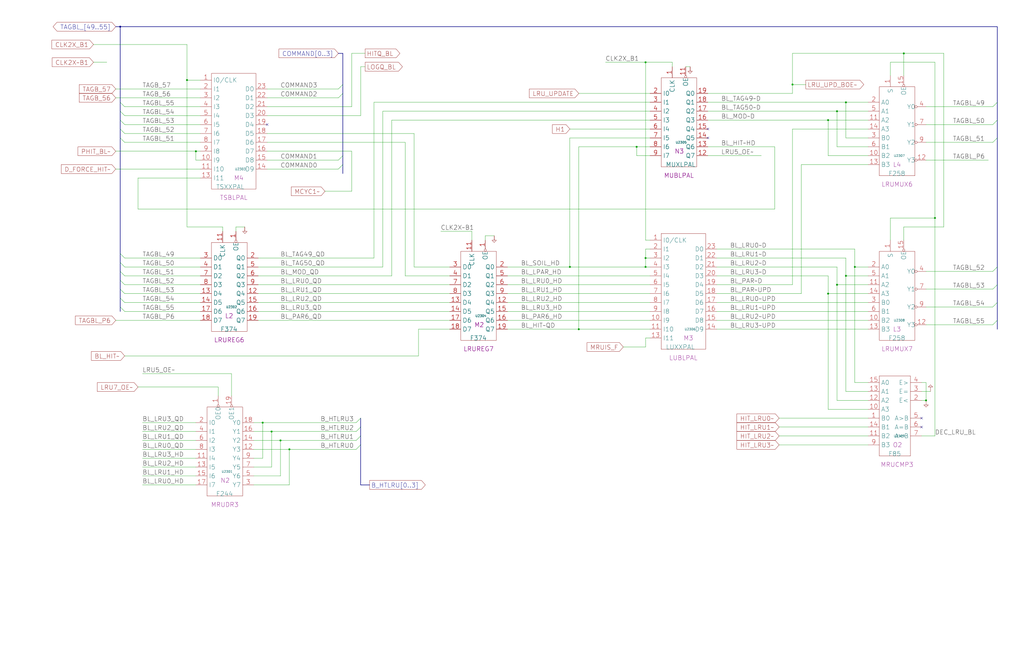
<source format=kicad_sch>
(kicad_sch (version 20250114) (generator "eeschema") (generator_version "9.0")
  (paper "User" 584.2 378.46)
  (title_block (title "LRU LOGIC\\nPLANE B_LATE") (date "08-MAR-90") (rev "0.0") (comment 1 "MEM32 BOARD") (comment 2 "232-003066") (comment 3 "S400") (comment 4 "RELEASED"))
  (lib_symbols
    (symbol "r1000:F244" (pin_names (offset 1.016))
      (property "Reference" "U" (at 2.54 5.08 0))
      (property "Value" "F244" (at -3.81 -7.62 0))
      (property "Location" "___" (at -1.27 0 0))
      (property "Name" "______" (at 1.27 -15.24 0))
      (symbol "F244_1_1"
        (rectangle (start -8.89 41.91) (end 11.43 -8.89))
        (circle (center -2.54 42.545) (radius 0.635))
        (circle (center 5.08 42.545) (radius 0.635))
        (pin input line (at -15.24 33.02 0) (length 6.35) (name "I0") (number "2"))
        (pin input line (at -15.24 27.94 0) (length 6.35) (name "I1") (number "4"))
        (pin input line (at -15.24 22.86 0) (length 6.35) (name "I2") (number "6"))
        (pin input line (at -15.24 17.78 0) (length 6.35) (name "I3") (number "8"))
        (pin input line (at -15.24 12.7 0) (length 6.35) (name "I4") (number "11"))
        (pin input line (at -15.24 7.62 0) (length 6.35) (name "I5") (number "13"))
        (pin input line (at -15.24 2.54 0) (length 6.35) (name "I6") (number "15"))
        (pin input line (at -15.24 -2.54 0) (length 6.35) (name "I7") (number "17"))
        (pin input line (at -2.54 48.26 270) (length 5.08) (name "OE0") (number "1"))
        (pin input line (at 5.08 48.26 270) (length 5.08) (name "OE1") (number "19"))
        (pin tri_state line (at 17.78 33.02 180) (length 6.35) (name "Y0") (number "18"))
        (pin tri_state line (at 17.78 27.94 180) (length 6.35) (name "Y1") (number "16"))
        (pin tri_state line (at 17.78 22.86 180) (length 6.35) (name "Y2") (number "14"))
        (pin tri_state line (at 17.78 17.78 180) (length 6.35) (name "Y3") (number "12"))
        (pin tri_state line (at 17.78 12.7 180) (length 6.35) (name "Y4") (number "9"))
        (pin tri_state line (at 17.78 7.62 180) (length 6.35) (name "Y5") (number "7"))
        (pin tri_state line (at 17.78 2.54 180) (length 6.35) (name "Y6") (number "5"))
        (pin tri_state line (at 17.78 -2.54 180) (length 6.35) (name "Y7") (number "3"))
      )
    )
    (symbol "r1000:F258" (pin_names (offset 1.016))
      (property "Reference" "U" (at 2.54 5.08 0))
      (property "Value" "F258" (at -3.81 -5.08 0))
      (property "Location" "___" (at -1.27 0 0))
      (property "Name" "______" (at 1.27 -12.7 0))
      (symbol "F258_1_1"
        (rectangle (start -8.89 44.45) (end 11.43 -6.35))
        (circle (center 5.08 45.085) (radius 0.635))
        (circle (center 12.065 33.02) (radius 0.635))
        (circle (center 12.065 22.86) (radius 0.635))
        (circle (center 12.065 12.7) (radius 0.635))
        (circle (center 12.065 2.54) (radius 0.635))
        (pin input line (at -15.24 35.56 0) (length 6.35) (name "A0") (number "2"))
        (pin input line (at -15.24 30.48 0) (length 6.35) (name "A1") (number "5"))
        (pin input line (at -15.24 25.4 0) (length 6.35) (name "A2") (number "11"))
        (pin input line (at -15.24 20.32 0) (length 6.35) (name "A3") (number "14"))
        (pin input line (at -15.24 15.24 0) (length 6.35) (name "B0") (number "3"))
        (pin input line (at -15.24 10.16 0) (length 6.35) (name "B1") (number "6"))
        (pin input line (at -15.24 5.08 0) (length 6.35) (name "B2") (number "10"))
        (pin input line (at -15.24 0 0) (length 6.35) (name "B3") (number "13"))
        (pin input line (at -2.54 50.8 270) (length 6.35) (name "S") (number "1"))
        (pin input line (at 5.08 50.8 270) (length 5.08) (name "OE") (number "15"))
        (pin tri_state line (at 17.78 33.02 180) (length 5.08) (name "Y0") (number "4"))
        (pin tri_state line (at 17.78 22.86 180) (length 5.08) (name "Y1") (number "7"))
        (pin tri_state line (at 17.78 12.7 180) (length 5.08) (name "Y2") (number "9"))
        (pin tri_state line (at 17.78 2.54 180) (length 5.08) (name "Y3") (number "12"))
      )
    )
    (symbol "r1000:F374" (pin_names (offset 1.016))
      (property "Reference" "U" (at 2.54 5.08 0))
      (property "Value" "F374" (at -3.81 -7.62 0))
      (property "Location" "___" (at -1.27 0 0))
      (property "Name" "______" (at 1.27 -15.24 0))
      (symbol "F374_1_1"
        (rectangle (start -8.89 41.91) (end 11.43 -8.89))
        (circle (center 5.08 42.545) (radius 0.635))
        (pin input line (at -15.24 33.02 0) (length 6.35) (name "D0") (number "3"))
        (pin input line (at -15.24 27.94 0) (length 6.35) (name "D1") (number "4"))
        (pin input line (at -15.24 22.86 0) (length 6.35) (name "D2") (number "7"))
        (pin input line (at -15.24 17.78 0) (length 6.35) (name "D3") (number "8"))
        (pin input line (at -15.24 12.7 0) (length 6.35) (name "D4") (number "13"))
        (pin input line (at -15.24 7.62 0) (length 6.35) (name "D5") (number "14"))
        (pin input line (at -15.24 2.54 0) (length 6.35) (name "D6") (number "17"))
        (pin input line (at -15.24 -2.54 0) (length 6.35) (name "D7") (number "18"))
        (pin input line (at -2.54 48.26 270) (length 6.35) (name "CLK") (number "11"))
        (pin input line (at 5.08 48.26 270) (length 5.08) (name "OE") (number "1"))
        (pin tri_state line (at 17.78 33.02 180) (length 6.35) (name "Q0") (number "2"))
        (pin tri_state line (at 17.78 27.94 180) (length 6.35) (name "Q1") (number "5"))
        (pin tri_state line (at 17.78 22.86 180) (length 6.35) (name "Q2") (number "6"))
        (pin tri_state line (at 17.78 17.78 180) (length 6.35) (name "Q3") (number "9"))
        (pin tri_state line (at 17.78 12.7 180) (length 6.35) (name "Q4") (number "12"))
        (pin tri_state line (at 17.78 7.62 180) (length 6.35) (name "Q5") (number "15"))
        (pin tri_state line (at 17.78 2.54 180) (length 6.35) (name "Q6") (number "16"))
        (pin tri_state line (at 17.78 -2.54 180) (length 6.35) (name "Q7") (number "19"))
      )
    )
    (symbol "r1000:F85" (pin_names (offset 1.016))
      (property "Reference" "U" (at 2.54 5.08 0))
      (property "Value" "F85" (at -3.81 -5.08 0))
      (property "Location" "___" (at -1.27 0 0))
      (property "Name" "______" (at 1.27 -12.7 0))
      (symbol "F85_1_1"
        (rectangle (start -8.89 39.37) (end 8.89 -6.35))
        (pin input line (at -15.24 35.56 0) (length 6.35) (name "A0") (number "15"))
        (pin input line (at -15.24 30.48 0) (length 6.35) (name "A1") (number "13"))
        (pin input line (at -15.24 25.4 0) (length 6.35) (name "A2") (number "12"))
        (pin input line (at -15.24 20.32 0) (length 6.35) (name "A3") (number "10"))
        (pin input line (at -15.24 15.24 0) (length 6.35) (name "B0") (number "1"))
        (pin input line (at -15.24 10.16 0) (length 6.35) (name "B1") (number "14"))
        (pin input line (at -15.24 5.08 0) (length 6.35) (name "B2") (number "11"))
        (pin input line (at -15.24 0 0) (length 6.35) (name "B3") (number "9"))
        (pin input line (at 15.24 35.56 180) (length 6.35) (name "E>") (number "4"))
        (pin input line (at 15.24 30.48 180) (length 6.35) (name "E=") (number "3"))
        (pin input line (at 15.24 25.4 180) (length 6.35) (name "E<") (number "2"))
        (pin output line (at 15.24 15.24 180) (length 6.35) (name "A>B") (number "5"))
        (pin output line (at 15.24 10.16 180) (length 6.35) (name "A=B") (number "6"))
        (pin output line (at 15.24 5.08 180) (length 6.35) (name "A<B") (number "7"))
      )
    )
    (symbol "r1000:LUXXPAL" (pin_names (offset 1.016))
      (property "Reference" "U" (at 2.54 5.08 0))
      (property "Value" "LUXXPAL" (at -11.43 -5.08 0))
      (property "Location" "___" (at -1.27 0 0))
      (property "Name" "______" (at -1.27 -12.7 0))
      (symbol "LUXXPAL_1_1"
        (rectangle (start -13.97 59.69) (end 11.43 -6.35))
        (pin input line (at -20.32 55.88 0) (length 6.35) (name "I0/CLK") (number "1"))
        (pin input line (at -20.32 50.8 0) (length 6.35) (name "I1") (number "2"))
        (pin input line (at -20.32 45.72 0) (length 6.35) (name "I2") (number "3"))
        (pin input line (at -20.32 40.64 0) (length 6.35) (name "I3") (number "4"))
        (pin input line (at -20.32 35.56 0) (length 6.35) (name "I4") (number "5"))
        (pin input line (at -20.32 30.48 0) (length 6.35) (name "I5") (number "6"))
        (pin input line (at -20.32 25.4 0) (length 6.35) (name "I6") (number "7"))
        (pin input line (at -20.32 20.32 0) (length 6.35) (name "I7") (number "8"))
        (pin input line (at -20.32 15.24 0) (length 6.35) (name "I8") (number "9"))
        (pin input line (at -20.32 10.16 0) (length 6.35) (name "I9") (number "10"))
        (pin input line (at -20.32 5.08 0) (length 6.35) (name "I10") (number "11"))
        (pin input line (at -20.32 0 0) (length 6.35) (name "I11") (number "13"))
        (pin output line (at 17.78 50.8 180) (length 6.35) (name "D0") (number "23"))
        (pin output line (at 17.78 45.72 180) (length 6.35) (name "D1") (number "22"))
        (pin output line (at 17.78 40.64 180) (length 6.35) (name "D2") (number "21"))
        (pin output line (at 17.78 35.56 180) (length 6.35) (name "D3") (number "20"))
        (pin output line (at 17.78 30.48 180) (length 6.35) (name "D4") (number "19"))
        (pin output line (at 17.78 25.4 180) (length 6.35) (name "D5") (number "18"))
        (pin output line (at 17.78 20.32 180) (length 6.35) (name "D6") (number "17"))
        (pin output line (at 17.78 15.24 180) (length 6.35) (name "D7") (number "16"))
        (pin output line (at 17.78 10.16 180) (length 6.35) (name "D8") (number "15"))
        (pin output line (at 17.78 5.08 180) (length 6.35) (name "D9") (number "14"))
      )
    )
    (symbol "r1000:MUXLPAL" (pin_names (offset 1.016))
      (property "Reference" "U" (at 2.54 5.08 0))
      (property "Value" "MUXLPAL" (at -6.35 -7.62 0))
      (property "Location" "___" (at -1.27 0 0))
      (property "Name" "______" (at 1.27 -15.24 0))
      (symbol "MUXLPAL_1_1"
        (rectangle (start -8.89 41.91) (end 11.43 -8.89))
        (circle (center 5.08 42.545) (radius 0.635))
        (pin input line (at -15.24 33.02 0) (length 6.35) (name "I0") (number "2"))
        (pin input line (at -15.24 27.94 0) (length 6.35) (name "I1") (number "3"))
        (pin input line (at -15.24 22.86 0) (length 6.35) (name "I2") (number "4"))
        (pin input line (at -15.24 17.78 0) (length 6.35) (name "I3") (number "5"))
        (pin input line (at -15.24 12.7 0) (length 6.35) (name "I4") (number "6"))
        (pin input line (at -15.24 7.62 0) (length 6.35) (name "I5") (number "7"))
        (pin input line (at -15.24 2.54 0) (length 6.35) (name "I6") (number "8"))
        (pin input line (at -15.24 -2.54 0) (length 6.35) (name "I7") (number "9"))
        (pin input line (at -2.54 48.26 270) (length 6.35) (name "CLK") (number "1"))
        (pin input line (at 5.08 48.26 270) (length 5.08) (name "OE") (number "11"))
        (pin output line (at 17.78 33.02 180) (length 6.35) (name "Q0") (number "19"))
        (pin output line (at 17.78 27.94 180) (length 6.35) (name "Q1") (number "18"))
        (pin output line (at 17.78 22.86 180) (length 6.35) (name "Q2") (number "17"))
        (pin output line (at 17.78 17.78 180) (length 6.35) (name "Q3") (number "16"))
        (pin output line (at 17.78 12.7 180) (length 6.35) (name "Q4") (number "15"))
        (pin output line (at 17.78 7.62 180) (length 6.35) (name "Q5") (number "14"))
        (pin output line (at 17.78 2.54 180) (length 6.35) (name "Q6") (number "13"))
        (pin output line (at 17.78 -2.54 180) (length 6.35) (name "Q7") (number "12"))
      )
    )
    (symbol "r1000:PD" (power) (pin_numbers (hide yes)) (pin_names (hide yes)) (in_bom no)
      (symbol "PD_0_1"
        (polyline (pts (xy 0 -2.54) (xy 1.27 -2.54) (xy 0 -3.81) (xy -1.27 -2.54) (xy 0 -2.54)) (stroke (width 0.1524)))
      )
      (symbol "PD_1_1"
        (pin power_in line (at 0 0 270) (length 2.54) (name "PD") (number "1"))
      )
    )
    (symbol "r1000:PU" (power) (pin_numbers (hide yes)) (pin_names (hide yes))
      (symbol "PU_0_1"
        (polyline (pts (xy 0 2.54) (xy -1.27 2.54) (xy 0 3.81) (xy 1.27 2.54) (xy 0 2.54)) (stroke (width 0.1524)))
      )
      (symbol "PU_1_1"
        (pin power_in line (at 0 0 90) (length 2.54) (name "PU") (number "1"))
      )
    )
    (symbol "r1000:TSXXPAL" (pin_names (offset 1.016))
      (property "Reference" "U" (at 2.54 5.08 0))
      (property "Value" "TSXXPAL" (at -11.43 -5.08 0))
      (property "Location" "___" (at -1.27 0 0))
      (property "Name" "______" (at -1.27 -12.7 0))
      (symbol "TSXXPAL_1_1"
        (rectangle (start -13.97 59.69) (end 11.43 -6.35))
        (pin input line (at -20.32 55.88 0) (length 6.35) (name "I0/CLK") (number "1"))
        (pin input line (at -20.32 50.8 0) (length 6.35) (name "I1") (number "2"))
        (pin input line (at -20.32 45.72 0) (length 6.35) (name "I2") (number "3"))
        (pin input line (at -20.32 40.64 0) (length 6.35) (name "I3") (number "4"))
        (pin input line (at -20.32 35.56 0) (length 6.35) (name "I4") (number "5"))
        (pin input line (at -20.32 30.48 0) (length 6.35) (name "I5") (number "6"))
        (pin input line (at -20.32 25.4 0) (length 6.35) (name "I6") (number "7"))
        (pin input line (at -20.32 20.32 0) (length 6.35) (name "I7") (number "8"))
        (pin input line (at -20.32 15.24 0) (length 6.35) (name "I8") (number "9"))
        (pin input line (at -20.32 10.16 0) (length 6.35) (name "I9") (number "10"))
        (pin input line (at -20.32 5.08 0) (length 6.35) (name "I10") (number "11"))
        (pin input line (at -20.32 0 0) (length 6.35) (name "I11") (number "13"))
        (pin input line (at 17.78 50.8 180) (length 6.35) (name "D0") (number "23"))
        (pin input line (at 17.78 45.72 180) (length 6.35) (name "D1") (number "22"))
        (pin output line (at 17.78 40.64 180) (length 6.35) (name "D2") (number "21"))
        (pin output line (at 17.78 35.56 180) (length 6.35) (name "D3") (number "20"))
        (pin output line (at 17.78 30.48 180) (length 6.35) (name "D4") (number "19"))
        (pin output line (at 17.78 25.4 180) (length 6.35) (name "D5") (number "18"))
        (pin output line (at 17.78 20.32 180) (length 6.35) (name "D6") (number "17"))
        (pin input line (at 17.78 15.24 180) (length 6.35) (name "D7") (number "16"))
        (pin input line (at 17.78 10.16 180) (length 6.35) (name "D8") (number "15"))
        (pin input line (at 17.78 5.08 180) (length 6.35) (name "D9") (number "14"))
      )
    )
  )
  (junction (at 68.58 15.24))
  (junction (at 330.2 187.96))
  (junction (at 477.52 162.56))
  (junction (at 482.6 58.42))
  (junction (at 472.44 167.64))
  (junction (at 368.3 35.56))
  (junction (at 368.3 152.4))
  (junction (at 487.68 152.4))
  (junction (at 106.68 45.72))
  (junction (at 363.22 83.82))
  (junction (at 111.76 86.36))
  (junction (at 154.94 246.38))
  (junction (at 160.02 251.46))
  (junction (at 472.44 68.58))
  (junction (at 149.86 241.3))
  (junction (at 533.4 124.46))
  (junction (at 368.3 147.32))
  (junction (at 325.12 152.4))
  (junction (at 528.32 228.6))
  (junction (at 482.6 157.48))
  (junction (at 165.1 256.54))
  (junction (at 515.62 30.48))
  (junction (at 477.52 63.5))
  (junction (at 452.12 48.26))
  (no_connect (at 403.86 78.74))
  (no_connect (at 525.78 243.84))
  (no_connect (at 525.78 238.76))
  (no_connect (at 403.86 73.66))
  (no_connect (at 152.4 71.12))
  (bus_entry (at 68.58 78.74) (size 2.54 2.54))
  (bus_entry (at 195.58 48.26) (size -2.54 2.54))
  (bus_entry (at 568.96 58.42) (size -2.54 2.54))
  (bus_entry (at 205.74 254) (size -2.54 2.54))
  (bus_entry (at 568.96 78.74) (size -2.54 2.54))
  (bus_entry (at 205.74 243.84) (size -2.54 2.54))
  (bus_entry (at 68.58 149.86) (size 2.54 2.54))
  (bus_entry (at 68.58 165.1) (size 2.54 2.54))
  (bus_entry (at 68.58 68.58) (size 2.54 2.54))
  (bus_entry (at 568.96 152.4) (size -2.54 2.54))
  (bus_entry (at 68.58 144.78) (size 2.54 2.54))
  (bus_entry (at 568.96 162.56) (size -2.54 2.54))
  (bus_entry (at 568.96 68.58) (size -2.54 2.54))
  (bus_entry (at 68.58 63.5) (size 2.54 2.54))
  (bus_entry (at 195.58 88.9) (size -2.54 2.54))
  (bus_entry (at 68.58 154.94) (size 2.54 2.54))
  (bus_entry (at 568.96 172.72) (size -2.54 2.54))
  (bus_entry (at 68.58 175.26) (size 2.54 2.54))
  (bus_entry (at 195.58 93.98) (size -2.54 2.54))
  (bus_entry (at 68.58 170.18) (size 2.54 2.54))
  (bus_entry (at 195.58 53.34) (size -2.54 2.54))
  (bus_entry (at 205.74 238.76) (size -2.54 2.54))
  (bus_entry (at 68.58 73.66) (size 2.54 2.54))
  (bus_entry (at 68.58 160.02) (size 2.54 2.54))
  (bus_entry (at 205.74 248.92) (size -2.54 2.54))
  (bus_entry (at 68.58 58.42) (size 2.54 2.54))
  (bus_entry (at 568.96 182.88) (size -2.54 2.54))
  (wire (pts (xy 528.32 185.42) (xy 566.42 185.42)))
  (bus (pts (xy 205.74 276.86) (xy 210.82 276.86)))
  (wire (pts (xy 152.4 91.44) (xy 193.04 91.44)))
  (bus (pts (xy 68.58 58.42) (xy 68.58 63.5)))
  (wire (pts (xy 144.78 256.54) (xy 165.1 256.54)))
  (wire (pts (xy 368.3 142.24) (xy 368.3 147.32)))
  (bus (pts (xy 568.96 172.72) (xy 568.96 182.88)))
  (wire (pts (xy 71.12 162.56) (xy 114.3 162.56)))
  (wire (pts (xy 218.44 63.5) (xy 370.84 63.5)))
  (wire (pts (xy 444.5 238.76) (xy 495.3 238.76)))
  (bus (pts (xy 68.58 154.94) (xy 68.58 160.02)))
  (wire (pts (xy 127 129.54) (xy 106.68 129.54)))
  (wire (pts (xy 147.32 182.88) (xy 256.54 182.88)))
  (wire (pts (xy 538.48 129.54) (xy 538.48 30.48)))
  (wire (pts (xy 444.5 248.92) (xy 495.3 248.92)))
  (wire (pts (xy 325.12 152.4) (xy 368.3 152.4)))
  (wire (pts (xy 152.4 66.04) (xy 205.74 66.04)))
  (wire (pts (xy 71.12 157.48) (xy 114.3 157.48)))
  (bus (pts (xy 205.74 248.92) (xy 205.74 254)))
  (wire (pts (xy 487.68 218.44) (xy 495.3 218.44)))
  (wire (pts (xy 403.86 58.42) (xy 482.6 58.42)))
  (wire (pts (xy 515.62 137.16) (xy 515.62 129.54)))
  (bus (pts (xy 568.96 78.74) (xy 568.96 152.4)))
  (wire (pts (xy 81.28 271.78) (xy 111.76 271.78)))
  (wire (pts (xy 81.28 266.7) (xy 111.76 266.7)))
  (wire (pts (xy 78.74 220.98) (xy 124.46 220.98)))
  (wire (pts (xy 457.2 93.98) (xy 495.3 93.98)))
  (wire (pts (xy 139.7 129.54) (xy 134.62 129.54)))
  (bus (pts (xy 68.58 63.5) (xy 68.58 68.58)))
  (wire (pts (xy 289.56 182.88) (xy 370.84 182.88)))
  (wire (pts (xy 508 124.46) (xy 508 137.16)))
  (wire (pts (xy 403.86 83.82) (xy 441.96 83.82)))
  (wire (pts (xy 487.68 152.4) (xy 495.3 152.4)))
  (wire (pts (xy 368.3 147.32) (xy 370.84 147.32)))
  (wire (pts (xy 368.3 198.12) (xy 368.3 193.04)))
  (wire (pts (xy 134.62 129.54) (xy 134.62 132.08)))
  (wire (pts (xy 269.24 132.08) (xy 269.24 137.16)))
  (wire (pts (xy 325.12 73.66) (xy 370.84 73.66)))
  (bus (pts (xy 568.96 15.24) (xy 568.96 58.42)))
  (wire (pts (xy 276.86 134.62) (xy 276.86 137.16)))
  (wire (pts (xy 289.56 172.72) (xy 370.84 172.72)))
  (wire (pts (xy 144.78 246.38) (xy 154.94 246.38)))
  (wire (pts (xy 533.4 124.46) (xy 508 124.46)))
  (wire (pts (xy 528.32 165.1) (xy 566.42 165.1)))
  (bus (pts (xy 68.58 175.26) (xy 68.58 177.8)))
  (wire (pts (xy 477.52 162.56) (xy 495.3 162.56)))
  (wire (pts (xy 482.6 58.42) (xy 495.3 58.42)))
  (wire (pts (xy 160.02 251.46) (xy 203.2 251.46)))
  (wire (pts (xy 144.78 266.7) (xy 154.94 266.7)))
  (wire (pts (xy 408.94 167.64) (xy 457.2 167.64)))
  (wire (pts (xy 231.14 81.28) (xy 152.4 81.28)))
  (wire (pts (xy 444.5 243.84) (xy 495.3 243.84)))
  (wire (pts (xy 528.32 81.28) (xy 566.42 81.28)))
  (wire (pts (xy 487.68 142.24) (xy 487.68 152.4)))
  (bus (pts (xy 68.58 78.74) (xy 68.58 144.78)))
  (bus (pts (xy 205.74 254) (xy 205.74 276.86)))
  (wire (pts (xy 528.32 218.44) (xy 528.32 228.6)))
  (bus (pts (xy 68.58 149.86) (xy 68.58 154.94)))
  (wire (pts (xy 71.12 177.8) (xy 114.3 177.8)))
  (wire (pts (xy 525.78 228.6) (xy 528.32 228.6)))
  (wire (pts (xy 472.44 157.48) (xy 408.94 157.48)))
  (bus (pts (xy 195.58 30.48) (xy 195.58 48.26)))
  (wire (pts (xy 81.28 251.46) (xy 111.76 251.46)))
  (wire (pts (xy 185.42 109.22) (xy 200.66 109.22)))
  (wire (pts (xy 408.94 152.4) (xy 477.52 152.4)))
  (wire (pts (xy 238.76 203.2) (xy 238.76 187.96)))
  (wire (pts (xy 325.12 78.74) (xy 370.84 78.74)))
  (wire (pts (xy 370.84 142.24) (xy 368.3 142.24)))
  (bus (pts (xy 195.58 93.98) (xy 195.58 99.06)))
  (wire (pts (xy 477.52 63.5) (xy 495.3 63.5)))
  (wire (pts (xy 281.94 134.62) (xy 276.86 134.62)))
  (wire (pts (xy 525.78 218.44) (xy 528.32 218.44)))
  (wire (pts (xy 482.6 223.52) (xy 482.6 157.48)))
  (wire (pts (xy 368.3 35.56) (xy 383.54 35.56)))
  (wire (pts (xy 71.12 203.2) (xy 238.76 203.2)))
  (wire (pts (xy 289.56 177.8) (xy 370.84 177.8)))
  (wire (pts (xy 251.46 132.08) (xy 269.24 132.08)))
  (wire (pts (xy 452.12 48.26) (xy 452.12 53.34)))
  (wire (pts (xy 160.02 271.78) (xy 160.02 251.46)))
  (wire (pts (xy 71.12 66.04) (xy 114.3 66.04)))
  (bus (pts (xy 195.58 48.26) (xy 195.58 53.34)))
  (bus (pts (xy 68.58 170.18) (xy 68.58 175.26)))
  (wire (pts (xy 403.86 53.34) (xy 452.12 53.34)))
  (bus (pts (xy 568.96 152.4) (xy 568.96 162.56)))
  (wire (pts (xy 71.12 167.64) (xy 114.3 167.64)))
  (wire (pts (xy 345.44 35.56) (xy 368.3 35.56)))
  (wire (pts (xy 368.3 137.16) (xy 370.84 137.16)))
  (wire (pts (xy 78.74 101.6) (xy 114.3 101.6)))
  (wire (pts (xy 408.94 162.56) (xy 452.12 162.56)))
  (wire (pts (xy 106.68 25.4) (xy 106.68 45.72)))
  (wire (pts (xy 66.04 86.36) (xy 111.76 86.36)))
  (wire (pts (xy 106.68 45.72) (xy 114.3 45.72)))
  (wire (pts (xy 213.36 58.42) (xy 213.36 147.32)))
  (wire (pts (xy 205.74 66.04) (xy 205.74 38.1)))
  (wire (pts (xy 238.76 187.96) (xy 256.54 187.96)))
  (wire (pts (xy 71.12 172.72) (xy 114.3 172.72)))
  (wire (pts (xy 66.04 50.8) (xy 114.3 50.8)))
  (bus (pts (xy 68.58 160.02) (xy 68.58 165.1)))
  (wire (pts (xy 477.52 83.82) (xy 495.3 83.82)))
  (wire (pts (xy 472.44 68.58) (xy 495.3 68.58)))
  (wire (pts (xy 403.86 63.5) (xy 477.52 63.5)))
  (wire (pts (xy 330.2 187.96) (xy 370.84 187.96)))
  (wire (pts (xy 408.94 187.96) (xy 495.3 187.96)))
  (wire (pts (xy 525.78 248.92) (xy 533.4 248.92)))
  (wire (pts (xy 289.56 152.4) (xy 325.12 152.4)))
  (wire (pts (xy 147.32 167.64) (xy 256.54 167.64)))
  (wire (pts (xy 482.6 78.74) (xy 482.6 58.42)))
  (wire (pts (xy 81.28 256.54) (xy 111.76 256.54)))
  (wire (pts (xy 81.28 213.36) (xy 132.08 213.36)))
  (wire (pts (xy 81.28 246.38) (xy 111.76 246.38)))
  (wire (pts (xy 330.2 187.96) (xy 330.2 83.82)))
  (wire (pts (xy 452.12 73.66) (xy 495.3 73.66)))
  (wire (pts (xy 368.3 152.4) (xy 370.84 152.4)))
  (wire (pts (xy 515.62 30.48) (xy 452.12 30.48)))
  (wire (pts (xy 66.04 96.52) (xy 114.3 96.52)))
  (wire (pts (xy 205.74 38.1) (xy 208.28 38.1)))
  (wire (pts (xy 383.54 35.56) (xy 383.54 38.1)))
  (wire (pts (xy 408.94 142.24) (xy 487.68 142.24)))
  (bus (pts (xy 193.04 30.48) (xy 195.58 30.48)))
  (bus (pts (xy 568.96 58.42) (xy 568.96 68.58)))
  (wire (pts (xy 71.12 76.2) (xy 114.3 76.2)))
  (wire (pts (xy 71.12 81.28) (xy 114.3 81.28)))
  (wire (pts (xy 114.3 91.44) (xy 111.76 91.44)))
  (wire (pts (xy 144.78 271.78) (xy 160.02 271.78)))
  (wire (pts (xy 149.86 241.3) (xy 203.2 241.3)))
  (wire (pts (xy 200.66 86.36) (xy 152.4 86.36)))
  (wire (pts (xy 149.86 261.62) (xy 149.86 241.3)))
  (wire (pts (xy 154.94 246.38) (xy 203.2 246.38)))
  (wire (pts (xy 111.76 86.36) (xy 114.3 86.36)))
  (wire (pts (xy 528.32 154.94) (xy 566.42 154.94)))
  (bus (pts (xy 68.58 68.58) (xy 68.58 73.66)))
  (wire (pts (xy 66.04 182.88) (xy 114.3 182.88)))
  (wire (pts (xy 368.3 35.56) (xy 368.3 137.16)))
  (wire (pts (xy 289.56 187.96) (xy 330.2 187.96)))
  (wire (pts (xy 528.32 71.12) (xy 566.42 71.12)))
  (bus (pts (xy 195.58 88.9) (xy 195.58 93.98)))
  (wire (pts (xy 363.22 88.9) (xy 363.22 83.82)))
  (wire (pts (xy 223.52 157.48) (xy 147.32 157.48)))
  (wire (pts (xy 452.12 48.26) (xy 459.74 48.26)))
  (bus (pts (xy 68.58 15.24) (xy 568.96 15.24)))
  (wire (pts (xy 124.46 220.98) (xy 124.46 226.06)))
  (wire (pts (xy 144.78 251.46) (xy 160.02 251.46)))
  (wire (pts (xy 152.4 55.88) (xy 193.04 55.88)))
  (wire (pts (xy 132.08 213.36) (xy 132.08 226.06)))
  (wire (pts (xy 71.12 71.12) (xy 114.3 71.12)))
  (wire (pts (xy 368.3 193.04) (xy 370.84 193.04)))
  (bus (pts (xy 568.96 182.88) (xy 568.96 187.96)))
  (wire (pts (xy 236.22 152.4) (xy 236.22 76.2)))
  (wire (pts (xy 330.2 53.34) (xy 370.84 53.34)))
  (bus (pts (xy 205.74 238.76) (xy 205.74 243.84)))
  (wire (pts (xy 218.44 152.4) (xy 218.44 63.5)))
  (wire (pts (xy 330.2 83.82) (xy 363.22 83.82)))
  (wire (pts (xy 127 132.08) (xy 127 129.54)))
  (wire (pts (xy 223.52 68.58) (xy 223.52 157.48)))
  (wire (pts (xy 200.66 30.48) (xy 208.28 30.48)))
  (wire (pts (xy 477.52 152.4) (xy 477.52 162.56)))
  (wire (pts (xy 370.84 68.58) (xy 223.52 68.58)))
  (bus (pts (xy 568.96 68.58) (xy 568.96 78.74)))
  (wire (pts (xy 370.84 88.9) (xy 363.22 88.9)))
  (wire (pts (xy 452.12 162.56) (xy 452.12 73.66)))
  (wire (pts (xy 144.78 276.86) (xy 165.1 276.86)))
  (wire (pts (xy 81.28 276.86) (xy 111.76 276.86)))
  (bus (pts (xy 68.58 165.1) (xy 68.58 170.18)))
  (wire (pts (xy 289.56 162.56) (xy 370.84 162.56)))
  (bus (pts (xy 205.74 243.84) (xy 205.74 248.92)))
  (wire (pts (xy 363.22 83.82) (xy 370.84 83.82)))
  (wire (pts (xy 403.86 88.9) (xy 434.34 88.9)))
  (wire (pts (xy 477.52 63.5) (xy 477.52 83.82)))
  (wire (pts (xy 408.94 177.8) (xy 495.3 177.8)))
  (wire (pts (xy 482.6 147.32) (xy 408.94 147.32)))
  (wire (pts (xy 256.54 152.4) (xy 236.22 152.4)))
  (bus (pts (xy 68.58 144.78) (xy 68.58 149.86)))
  (wire (pts (xy 482.6 157.48) (xy 495.3 157.48)))
  (bus (pts (xy 568.96 162.56) (xy 568.96 172.72)))
  (wire (pts (xy 457.2 167.64) (xy 457.2 93.98)))
  (wire (pts (xy 144.78 261.62) (xy 149.86 261.62)))
  (wire (pts (xy 147.32 152.4) (xy 218.44 152.4)))
  (wire (pts (xy 528.32 91.44) (xy 563.88 91.44)))
  (wire (pts (xy 495.3 88.9) (xy 472.44 88.9)))
  (wire (pts (xy 231.14 157.48) (xy 231.14 81.28)))
  (wire (pts (xy 495.3 233.68) (xy 472.44 233.68)))
  (wire (pts (xy 152.4 60.96) (xy 200.66 60.96)))
  (wire (pts (xy 370.84 58.42) (xy 213.36 58.42)))
  (wire (pts (xy 528.32 60.96) (xy 566.42 60.96)))
  (wire (pts (xy 487.68 152.4) (xy 487.68 218.44)))
  (wire (pts (xy 452.12 30.48) (xy 452.12 48.26)))
  (wire (pts (xy 147.32 177.8) (xy 256.54 177.8)))
  (wire (pts (xy 71.12 60.96) (xy 114.3 60.96)))
  (wire (pts (xy 403.86 68.58) (xy 472.44 68.58)))
  (wire (pts (xy 477.52 162.56) (xy 477.52 228.6)))
  (wire (pts (xy 106.68 129.54) (xy 106.68 45.72)))
  (wire (pts (xy 472.44 167.64) (xy 495.3 167.64)))
  (wire (pts (xy 391.16 38.1) (xy 393.7 38.1)))
  (wire (pts (xy 66.04 55.88) (xy 114.3 55.88)))
  (wire (pts (xy 152.4 96.52) (xy 193.04 96.52)))
  (wire (pts (xy 152.4 50.8) (xy 193.04 50.8)))
  (wire (pts (xy 482.6 157.48) (xy 482.6 147.32)))
  (wire (pts (xy 508 35.56) (xy 533.4 35.56)))
  (wire (pts (xy 111.76 91.44) (xy 111.76 86.36)))
  (wire (pts (xy 81.28 261.62) (xy 111.76 261.62)))
  (wire (pts (xy 154.94 266.7) (xy 154.94 246.38)))
  (wire (pts (xy 408.94 182.88) (xy 495.3 182.88)))
  (wire (pts (xy 256.54 157.48) (xy 231.14 157.48)))
  (wire (pts (xy 200.66 109.22) (xy 200.66 86.36)))
  (wire (pts (xy 147.32 172.72) (xy 256.54 172.72)))
  (wire (pts (xy 325.12 152.4) (xy 325.12 78.74)))
  (wire (pts (xy 472.44 167.64) (xy 472.44 157.48)))
  (wire (pts (xy 165.1 256.54) (xy 203.2 256.54)))
  (wire (pts (xy 441.96 83.82) (xy 441.96 119.38)))
  (wire (pts (xy 408.94 172.72) (xy 495.3 172.72)))
  (wire (pts (xy 515.62 30.48) (xy 515.62 43.18)))
  (wire (pts (xy 528.32 175.26) (xy 566.42 175.26)))
  (wire (pts (xy 441.96 119.38) (xy 78.74 119.38)))
  (wire (pts (xy 477.52 228.6) (xy 495.3 228.6)))
  (bus (pts (xy 195.58 53.34) (xy 195.58 88.9)))
  (wire (pts (xy 53.34 35.56) (xy 60.96 35.56)))
  (wire (pts (xy 508 35.56) (xy 508 43.18)))
  (wire (pts (xy 515.62 129.54) (xy 538.48 129.54)))
  (wire (pts (xy 525.78 223.52) (xy 530.86 223.52)))
  (wire (pts (xy 236.22 76.2) (xy 152.4 76.2)))
  (wire (pts (xy 200.66 60.96) (xy 200.66 30.48)))
  (wire (pts (xy 495.3 78.74) (xy 482.6 78.74)))
  (wire (pts (xy 538.48 30.48) (xy 515.62 30.48)))
  (wire (pts (xy 289.56 157.48) (xy 370.84 157.48)))
  (wire (pts (xy 472.44 88.9) (xy 472.44 68.58)))
  (bus (pts (xy 68.58 15.24) (xy 68.58 58.42)))
  (bus (pts (xy 66.04 15.24) (xy 68.58 15.24)))
  (wire (pts (xy 444.5 254) (xy 495.3 254)))
  (wire (pts (xy 213.36 147.32) (xy 147.32 147.32)))
  (wire (pts (xy 144.78 241.3) (xy 149.86 241.3)))
  (bus (pts (xy 68.58 73.66) (xy 68.58 78.74)))
  (wire (pts (xy 147.32 162.56) (xy 256.54 162.56)))
  (wire (pts (xy 533.4 248.92) (xy 533.4 124.46)))
  (wire (pts (xy 355.6 198.12) (xy 368.3 198.12)))
  (wire (pts (xy 533.4 35.56) (xy 533.4 124.46)))
  (wire (pts (xy 81.28 241.3) (xy 111.76 241.3)))
  (wire (pts (xy 53.34 25.4) (xy 106.68 25.4)))
  (wire (pts (xy 368.3 147.32) (xy 368.3 152.4)))
  (wire (pts (xy 472.44 233.68) (xy 472.44 167.64)))
  (wire (pts (xy 71.12 152.4) (xy 114.3 152.4)))
  (wire (pts (xy 71.12 147.32) (xy 114.3 147.32)))
  (wire (pts (xy 495.3 223.52) (xy 482.6 223.52)))
  (wire (pts (xy 289.56 167.64) (xy 370.84 167.64)))
  (wire (pts (xy 78.74 119.38) (xy 78.74 101.6)))
  (wire (pts (xy 165.1 276.86) (xy 165.1 256.54)))
  (label "DEC_LRU_BL" (at 533.4 248.92 0) (effects (font (size 2.54 2.54))))
  (label "BL_LRU2_QD" (at 160.02 172.72 0) (effects (font (size 2.54 2.54))))
  (label "TAGBL_54" (at 81.28 172.72 0) (effects (font (size 2.54 2.54))))
  (label "TAGBL_51" (at 543.56 81.28 0) (effects (font (size 2.54 2.54))))
  (label "BL_LRU3_QD" (at 81.28 241.3 0) (effects (font (size 2.54 2.54))))
  (label "TAGBL_49" (at 543.56 60.96 0) (effects (font (size 2.54 2.54))))
  (label "BL_PAR6_HD" (at 297.18 182.88 0) (effects (font (size 2.54 2.54))))
  (label "BL_LPAR_HD" (at 297.18 157.48 0) (effects (font (size 2.54 2.54))))
  (label "B_HTLRU0" (at 182.88 256.54 0) (effects (font (size 2.54 2.54))))
  (label "BL_LRU0_QD" (at 160.02 162.56 0) (effects (font (size 2.54 2.54))))
  (label "BL_PAR6_QD" (at 160.02 182.88 0) (effects (font (size 2.54 2.54))))
  (label "BL_LRU3~D" (at 416.56 157.48 0) (effects (font (size 2.54 2.54))))
  (label "BL_HIT~QD" (at 297.18 187.96 0) (effects (font (size 2.54 2.54))))
  (label "B_HTLRU2" (at 182.88 246.38 0) (effects (font (size 2.54 2.54))))
  (label "TAGBL_55" (at 81.28 60.96 0) (effects (font (size 2.54 2.54))))
  (label "TAGBL_55" (at 81.28 177.8 0) (effects (font (size 2.54 2.54))))
  (label "TAGBL_P6" (at 543.56 91.44 0) (effects (font (size 2.54 2.54))))
  (label "BL_LRU2_QD" (at 81.28 246.38 0) (effects (font (size 2.54 2.54))))
  (label "BL_LRU2~D" (at 416.56 152.4 0) (effects (font (size 2.54 2.54))))
  (label "BL_LRU3_HD" (at 81.28 261.62 0) (effects (font (size 2.54 2.54))))
  (label "BL_HIT~HD" (at 411.48 83.82 0) (effects (font (size 2.54 2.54))))
  (label "BL_LRU2_HD" (at 81.28 266.7 0) (effects (font (size 2.54 2.54))))
  (label "BL_LRU0_QD" (at 81.28 256.54 0) (effects (font (size 2.54 2.54))))
  (label "BL_LRU2_HD" (at 297.18 172.72 0) (effects (font (size 2.54 2.54))))
  (label "BL_MOD~D" (at 411.48 68.58 0) (effects (font (size 2.54 2.54))))
  (label "BL_LRU1~D" (at 416.56 147.32 0) (effects (font (size 2.54 2.54))))
  (label "TAGBL_52" (at 81.28 162.56 0) (effects (font (size 2.54 2.54))))
  (label "TAGBL_53" (at 543.56 165.1 0) (effects (font (size 2.54 2.54))))
  (label "BL_LRU3_QD" (at 160.02 177.8 0) (effects (font (size 2.54 2.54))))
  (label "BL_LRU2~UPD" (at 416.56 182.88 0) (effects (font (size 2.54 2.54))))
  (label "TAGBL_49" (at 81.28 147.32 0) (effects (font (size 2.54 2.54))))
  (label "TAGB_57" (at 81.28 50.8 0) (effects (font (size 2.54 2.54))))
  (label "BL_LRU1~UPD" (at 416.56 177.8 0) (effects (font (size 2.54 2.54))))
  (label "TAGBL_54" (at 81.28 66.04 0) (effects (font (size 2.54 2.54))))
  (label "TAGB_56" (at 81.28 55.88 0) (effects (font (size 2.54 2.54))))
  (label "BL_TAG50~D" (at 411.48 63.5 0) (effects (font (size 2.54 2.54))))
  (label "BL_TAG49~D" (at 411.48 58.42 0) (effects (font (size 2.54 2.54))))
  (label "BL_MOD_QD" (at 160.02 157.48 0) (effects (font (size 2.54 2.54))))
  (label "TAGBL_P6" (at 81.28 182.88 0) (effects (font (size 2.54 2.54))))
  (label "BL_LRU3~UPD" (at 416.56 187.96 0) (effects (font (size 2.54 2.54))))
  (label "TAGBL_54" (at 543.56 175.26 0) (effects (font (size 2.54 2.54))))
  (label "COMMAND2" (at 160.02 55.88 0) (effects (font (size 2.54 2.54))))
  (label "TAGBL_55" (at 543.56 185.42 0) (effects (font (size 2.54 2.54))))
  (label "CLK2X~B1" (at 251.46 132.08 0) (effects (font (size 2.54 2.54))))
  (label "BL_LRU3_HD" (at 297.18 177.8 0) (effects (font (size 2.54 2.54))))
  (label "BL_LRU0_HD" (at 297.18 162.56 0) (effects (font (size 2.54 2.54))))
  (label "TAGBL_51" (at 81.28 81.28 0) (effects (font (size 2.54 2.54))))
  (label "B_HTLRU3" (at 182.88 241.3 0) (effects (font (size 2.54 2.54))))
  (label "TAGBL_52" (at 81.28 76.2 0) (effects (font (size 2.54 2.54))))
  (label "BL_PAR~D" (at 416.56 162.56 0) (effects (font (size 2.54 2.54))))
  (label "CLK2X_B1" (at 345.44 35.56 0) (effects (font (size 2.54 2.54))))
  (label "BL_PAR~UPD" (at 416.56 167.64 0) (effects (font (size 2.54 2.54))))
  (label "BL_TAG50_QD" (at 160.02 152.4 0) (effects (font (size 2.54 2.54))))
  (label "COMMAND1" (at 160.02 91.44 0) (effects (font (size 2.54 2.54))))
  (label "LRU5_OE~" (at 81.28 213.36 0) (effects (font (size 2.54 2.54))))
  (label "TAGBL_51" (at 81.28 157.48 0) (effects (font (size 2.54 2.54))))
  (label "BL_LRU1_QD" (at 160.02 167.64 0) (effects (font (size 2.54 2.54))))
  (label "BL_LRU1_QD" (at 81.28 251.46 0) (effects (font (size 2.54 2.54))))
  (label "TAGBL_52" (at 543.56 154.94 0) (effects (font (size 2.54 2.54))))
  (label "TAGBL_53" (at 81.28 71.12 0) (effects (font (size 2.54 2.54))))
  (label "BL_LRU1_HD" (at 297.18 167.64 0) (effects (font (size 2.54 2.54))))
  (label "BL_LRU0~UPD" (at 416.56 172.72 0) (effects (font (size 2.54 2.54))))
  (label "COMMAND0" (at 160.02 96.52 0) (effects (font (size 2.54 2.54))))
  (label "BL_TAG49_QD" (at 160.02 147.32 0) (effects (font (size 2.54 2.54))))
  (label "BL_LRU0_HD" (at 81.28 276.86 0) (effects (font (size 2.54 2.54))))
  (label "BL_SOIL_HD" (at 297.18 152.4 0) (effects (font (size 2.54 2.54))))
  (label "TAGBL_50" (at 543.56 71.12 0) (effects (font (size 2.54 2.54))))
  (label "TAGBL_53" (at 81.28 167.64 0) (effects (font (size 2.54 2.54))))
  (label "BL_LRU1_HD" (at 81.28 271.78 0) (effects (font (size 2.54 2.54))))
  (label "TAGBL_50" (at 81.28 152.4 0) (effects (font (size 2.54 2.54))))
  (label "LRU5_OE~" (at 411.48 88.9 0) (effects (font (size 2.54 2.54))))
  (label "BL_LRU0~D" (at 416.56 142.24 0) (effects (font (size 2.54 2.54))))
  (label "COMMAND3" (at 160.02 50.8 0) (effects (font (size 2.54 2.54))))
  (label "B_HTLRU1" (at 182.88 251.46 0) (effects (font (size 2.54 2.54))))
  (global_label "B_HTLRU[0..3]" (shape output) (at 210.82 276.86 0) (effects (font (size 2.54 2.54))) (property "Intersheetrefs" "${INTERSHEET_REFS}" (at 242.6184 276.7013 0) (effects (font (size 1.905 1.905)) (justify left))))
  (global_label "MRUIS_F" (shape input) (at 355.6 198.12 180) (effects (font (size 2.54 2.54))) (property "Intersheetrefs" "${INTERSHEET_REFS}" (at 334.9292 197.9613 0) (effects (font (size 1.905 1.905)) (justify right))))
  (global_label "HIT_LRU3~" (shape input) (at 444.5 254 180) (effects (font (size 2.54 2.54))) (property "Intersheetrefs" "${INTERSHEET_REFS}" (at 420.4426 253.8413 0) (effects (font (size 1.905 1.905)) (justify right))))
  (global_label "TAGB_56" (shape input) (at 66.04 55.88 180) (effects (font (size 2.54 2.54))) (property "Intersheetrefs" "${INTERSHEET_REFS}" (at 45.2483 55.7213 0) (effects (font (size 1.905 1.905)) (justify right))))
  (global_label "TAGBL_P6" (shape input) (at 66.04 182.88 180) (effects (font (size 2.54 2.54))) (property "Intersheetrefs" "${INTERSHEET_REFS}" (at 43.0711 182.7213 0) (effects (font (size 1.905 1.905)) (justify right))))
  (global_label "HIT_LRU0~" (shape input) (at 444.5 238.76 180) (effects (font (size 2.54 2.54))) (property "Intersheetrefs" "${INTERSHEET_REFS}" (at 420.4426 238.6013 0) (effects (font (size 1.905 1.905)) (justify right))))
  (global_label "H1" (shape input) (at 325.12 73.66 180) (effects (font (size 2.54 2.54))) (property "Intersheetrefs" "${INTERSHEET_REFS}" (at 315.214 73.5013 0) (effects (font (size 1.905 1.905)) (justify right))))
  (global_label "LRU_UPD_BOE~" (shape output) (at 459.74 48.26 0) (effects (font (size 2.54 2.54))) (property "Intersheetrefs" "${INTERSHEET_REFS}" (at 492.7479 48.1013 0) (effects (font (size 1.905 1.905)) (justify left))))
  (global_label "TAGBL_[49..55]" (shape bidirectional) (at 66.04 15.24 180) (effects (font (size 2.54 2.54))) (property "Intersheetrefs" "${INTERSHEET_REFS}" (at 32.5483 15.0813 0) (effects (font (size 1.905 1.905)) (justify right))))
  (global_label "COMMAND[0..3]" (shape input) (at 193.04 30.48 180) (effects (font (size 2.54 2.54))) (property "Intersheetrefs" "${INTERSHEET_REFS}" (at 159.1854 30.3213 0) (effects (font (size 1.905 1.905)) (justify right))))
  (global_label "HIT_LRU2~" (shape input) (at 444.5 248.92 180) (effects (font (size 2.54 2.54))) (property "Intersheetrefs" "${INTERSHEET_REFS}" (at 420.4426 248.7613 0) (effects (font (size 1.905 1.905)) (justify right))))
  (global_label "CLK2X~B1" (shape input) (at 53.34 35.56 180) (effects (font (size 2.54 2.54))) (property "Intersheetrefs" "${INTERSHEET_REFS}" (at 29.7664 35.4013 0) (effects (font (size 1.905 1.905)) (justify right))))
  (global_label "PHIT_BL~" (shape input) (at 66.04 86.36 180) (effects (font (size 2.54 2.54))) (property "Intersheetrefs" "${INTERSHEET_REFS}" (at 44.5226 86.2013 0) (effects (font (size 1.905 1.905)) (justify right))))
  (global_label "LOGQ_BL" (shape output) (at 208.28 38.1 0) (effects (font (size 2.54 2.54))) (property "Intersheetrefs" "${INTERSHEET_REFS}" (at 229.5555 37.9413 0) (effects (font (size 1.905 1.905)) (justify left))))
  (global_label "HIT_LRU1~" (shape input) (at 444.5 243.84 180) (effects (font (size 2.54 2.54))) (property "Intersheetrefs" "${INTERSHEET_REFS}" (at 420.4426 243.6813 0) (effects (font (size 1.905 1.905)) (justify right))))
  (global_label "D_FORCE_HIT~" (shape input) (at 66.04 96.52 180) (effects (font (size 2.54 2.54))) (property "Intersheetrefs" "${INTERSHEET_REFS}" (at 34.9673 96.3613 0) (effects (font (size 1.905 1.905)) (justify right))))
  (global_label "LRU_UPDATE" (shape input) (at 330.2 53.34 180) (effects (font (size 2.54 2.54))) (property "Intersheetrefs" "${INTERSHEET_REFS}" (at 302.0302 53.1813 0) (effects (font (size 1.905 1.905)) (justify right))))
  (global_label "HITQ_BL" (shape output) (at 208.28 30.48 0) (effects (font (size 2.54 2.54))) (property "Intersheetrefs" "${INTERSHEET_REFS}" (at 228.1041 30.3213 0) (effects (font (size 1.905 1.905)) (justify left))))
  (global_label "CLK2X_B1" (shape input) (at 53.34 25.4 180) (effects (font (size 2.54 2.54))) (property "Intersheetrefs" "${INTERSHEET_REFS}" (at 29.6454 25.2413 0) (effects (font (size 1.905 1.905)) (justify right))))
  (global_label "LRU7_OE~" (shape input) (at 78.74 220.98 180) (effects (font (size 2.54 2.54))) (property "Intersheetrefs" "${INTERSHEET_REFS}" (at 55.5292 220.8213 0) (effects (font (size 1.905 1.905)) (justify right))))
  (global_label "MCYC1~" (shape input) (at 185.42 109.22 180) (effects (font (size 2.54 2.54))) (property "Intersheetrefs" "${INTERSHEET_REFS}" (at 166.2007 109.0613 0) (effects (font (size 1.905 1.905)) (justify right))))
  (global_label "BL_HIT~" (shape input) (at 71.12 203.2 180) (effects (font (size 2.54 2.54))) (property "Intersheetrefs" "${INTERSHEET_REFS}" (at 52.1426 203.0413 0) (effects (font (size 1.905 1.905)) (justify right))))
  (global_label "TAGB_57" (shape input) (at 66.04 50.8 180) (effects (font (size 2.54 2.54))) (property "Intersheetrefs" "${INTERSHEET_REFS}" (at 45.2483 50.6413 0) (effects (font (size 1.905 1.905)) (justify right))))
  (symbol (lib_id "r1000:F258") (at 510.54 93.98 0) (unit 1)
    (property "Reference" "U2307" (at 513.08 88.9 0))
    (property "Value" "F258" (at 506.73 99.06 0) (effects (font (size 2.54 2.54)) (justify left)))
    (property "Location" "L4" (at 509.27 93.98 0) (effects (font (size 2.54 2.54)) (justify left)))
    (property "Name" "LRUMUX6" (at 511.81 106.68 0) (effects (font (size 2.54 2.54)) (justify bottom)))
  )
  (symbol (lib_id "r1000:F258") (at 510.54 187.96 0) (unit 1)
    (property "Reference" "U2308" (at 513.08 182.88 0))
    (property "Value" "F258" (at 506.73 193.04 0) (effects (font (size 2.54 2.54)) (justify left)))
    (property "Location" "L3" (at 509.27 187.96 0) (effects (font (size 2.54 2.54)) (justify left)))
    (property "Name" "LRUMUX7" (at 511.81 200.66 0) (effects (font (size 2.54 2.54)) (justify bottom)))
  )
  (symbol (lib_id "r1000:PU") (at 530.86 223.52 0) (unit 1)
    (property "Reference" "#PWR0107" (effects (hide yes)))
    (property "Value" "PU" (effects (hide yes)))
  )
  (symbol (lib_id "r1000:MUXLPAL") (at 386.08 86.36 0) (unit 1)
    (property "Reference" "U2305" (at 388.62 81.28 0))
    (property "Value" "MUXLPAL" (at 379.73 93.98 0) (effects (font (size 2.54 2.54)) (justify left)))
    (property "Location" "N3" (at 384.81 86.36 0) (effects (font (size 2.54 2.54)) (justify left)))
    (property "Name" "MUBLPAL" (at 387.35 101.6 0) (effects (font (size 2.54 2.54)) (justify bottom)))
  )
  (symbol (lib_id "r1000:F244") (at 127 274.32 0) (unit 1)
    (property "Reference" "U2301" (at 129.54 269.24 0))
    (property "Value" "F244" (at 123.19 281.94 0) (effects (font (size 2.54 2.54)) (justify left)))
    (property "Location" "N2" (at 125.73 274.32 0) (effects (font (size 2.54 2.54)) (justify left)))
    (property "Name" "MRUDR3" (at 128.27 289.56 0) (effects (font (size 2.54 2.54)) (justify bottom)))
  )
  (symbol (lib_id "r1000:PD") (at 281.94 134.62 0) (unit 1) (in_bom no)
    (property "Reference" "#PWR0169" (effects (hide yes)))
    (property "Value" "PD" (effects (hide yes)))
  )
  (symbol (lib_id "r1000:F85") (at 510.54 254 0) (unit 1)
    (property "Reference" "U2309" (at 513.08 248.92 0))
    (property "Value" "F85" (at 506.73 259.08 0) (effects (font (size 2.54 2.54)) (justify left)))
    (property "Location" "O2" (at 509.27 254 0) (effects (font (size 2.54 2.54)) (justify left)))
    (property "Name" "MRUCMP3" (at 511.81 266.7 0) (effects (font (size 2.54 2.54)) (justify bottom)))
  )
  (symbol (lib_id "r1000:F374") (at 271.78 185.42 0) (unit 1)
    (property "Reference" "U2304" (at 274.32 180.34 0))
    (property "Value" "F374" (at 267.97 193.04 0) (effects (font (size 2.54 2.54)) (justify left)))
    (property "Location" "M2" (at 270.51 185.42 0) (effects (font (size 2.54 2.54)) (justify left)))
    (property "Name" "LRUREG7" (at 273.05 200.66 0) (effects (font (size 2.54 2.54)) (justify bottom)))
  )
  (symbol (lib_id "r1000:PD") (at 528.32 228.6 0) (unit 1) (in_bom no)
    (property "Reference" "#PWR0106" (effects (hide yes)))
    (property "Value" "PD" (effects (hide yes)))
  )
  (symbol (lib_id "r1000:PD") (at 139.7 129.54 0) (unit 1) (in_bom no)
    (property "Reference" "#PWR0170" (effects (hide yes)))
    (property "Value" "PD" (effects (hide yes)))
  )
  (symbol (lib_id "r1000:LUXXPAL") (at 391.16 193.04 0) (unit 1)
    (property "Reference" "U2306" (at 393.7 187.96 0))
    (property "Value" "LUXXPAL" (at 379.73 198.12 0) (effects (font (size 2.54 2.54)) (justify left)))
    (property "Location" "M3" (at 389.89 193.04 0) (effects (font (size 2.54 2.54)) (justify left)))
    (property "Name" "LUBLPAL" (at 389.89 205.74 0) (effects (font (size 2.54 2.54)) (justify bottom)))
  )
  (symbol (lib_id "r1000:F374") (at 129.54 180.34 0) (unit 1)
    (property "Reference" "U2302" (at 132.08 175.26 0))
    (property "Value" "F374" (at 125.73 187.96 0) (effects (font (size 2.54 2.54)) (justify left)))
    (property "Location" "L2" (at 128.27 180.34 0) (effects (font (size 2.54 2.54)) (justify left)))
    (property "Name" "LRUREG6" (at 130.81 195.58 0) (effects (font (size 2.54 2.54)) (justify bottom)))
  )
  (symbol (lib_id "r1000:PD") (at 393.7 38.1 0) (unit 1) (in_bom no)
    (property "Reference" "#PWR0105" (effects (hide yes)))
    (property "Value" "PD" (effects (hide yes)))
  )
  (symbol (lib_id "r1000:TSXXPAL") (at 134.62 101.6 0) (unit 1)
    (property "Reference" "U2303" (at 137.16 96.52 0))
    (property "Value" "TSXXPAL" (at 123.19 106.68 0) (effects (font (size 2.54 2.54)) (justify left)))
    (property "Location" "M4" (at 133.35 101.6 0) (effects (font (size 2.54 2.54)) (justify left)))
    (property "Name" "TSBLPAL" (at 133.35 114.3 0) (effects (font (size 2.54 2.54)) (justify bottom)))
  )
)
</source>
